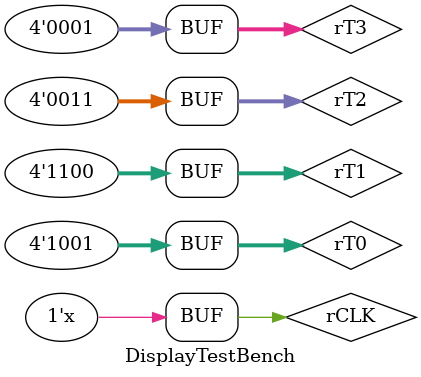
<source format=v>
`timescale 1ns / 1ps


module DisplayTestBench();
    reg[3:0] rT0, rT1, rT2, rT3;
    reg rCLK = 1'b0;
    wire[3:0] wEn;
    wire[7:0] wOut;
    parameter halfT = 50;
    
    DynamicDisplay ddTest
    (
        .wClock(rCLK),
        .wA(rT0),
        .wB(rT1),
        .wC(rT2),
        .wD(rT3),
        .rEnable(wEn),
        .wData(wOut)
    );
    initial
    begin
        rT0 = 4'b1001;
        rT1 = 4'b1100;
        rT2 = 4'b0011;
        rT3 = 4'b0001;
    end
    
    always
    begin 
        #halfT rCLK <= ~rCLK; 
    end
    
endmodule

</source>
